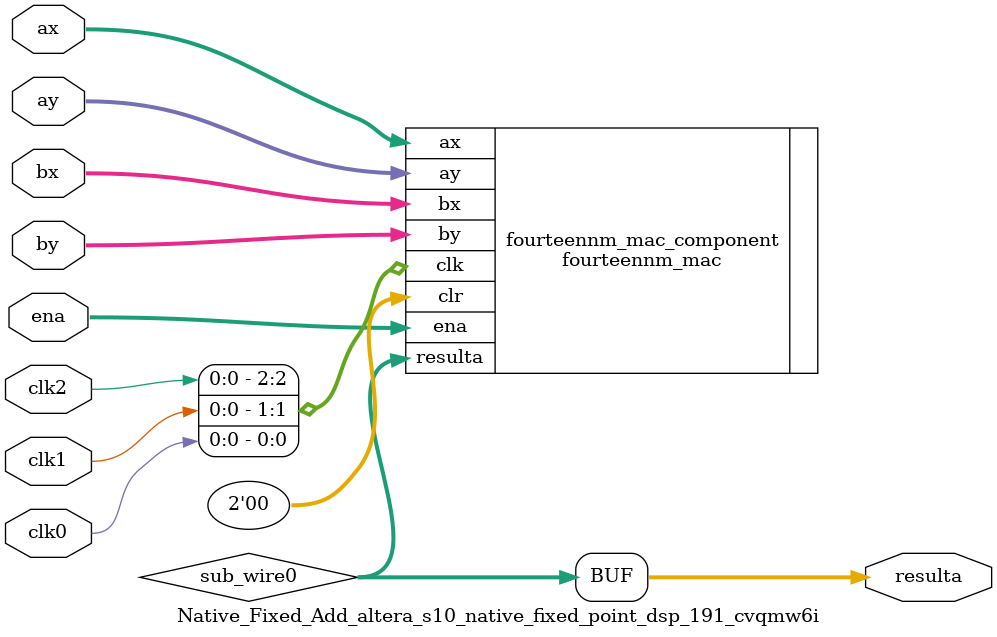
<source format=v>
`timescale 1 ps / 1 ps
module  Native_Fixed_Add_altera_s10_native_fixed_point_dsp_191_cvqmw6i  (
            ax,
            ay,
            bx,
            by,
            ena,
            resulta,
            clk0,
            clk1,
            clk2);

            input [17:0] ax;
            input [17:0] ay;
            input [17:0] bx;
            input [17:0] by;
            input [2:0] ena;
            output [36:0] resulta;
            input  clk0;
            input  clk1;
            input  clk2;

            wire [36:0] sub_wire0;
            wire [36:0] resulta = sub_wire0[36:0];    

            fourteennm_mac        fourteennm_mac_component (
                                        .ax (ax),
                                        .ay (ay),
                                        .bx (bx),
                                        .by (by),
                                        .ena (ena),
                                        .clr (2'b00),
                                        .clk ({clk2,clk1,clk0}),
                                        .resulta (sub_wire0));
            defparam

					fourteennm_mac_component.ax_clock="0",
					fourteennm_mac_component.ay_scan_in_clock="0",
					fourteennm_mac_component.az_clock="none",
					fourteennm_mac_component.output_clock="0",
					fourteennm_mac_component.bx_clock="0",
					fourteennm_mac_component.accumulate_clock="none",
					fourteennm_mac_component.accum_pipeline_clock="none",
					fourteennm_mac_component.bz_clock="none",
					fourteennm_mac_component.by_clock="0",
					fourteennm_mac_component.coef_sel_a_clock="none",
					fourteennm_mac_component.coef_sel_b_clock="none",
					fourteennm_mac_component.sub_clock="none",
					fourteennm_mac_component.negate_clock="none",
					fourteennm_mac_component.accum_2nd_pipeline_clock="none",
					fourteennm_mac_component.load_const_clock="none",
					fourteennm_mac_component.load_const_pipeline_clock="none",
					fourteennm_mac_component.load_const_2nd_pipeline_clock="none",
					fourteennm_mac_component.input_pipeline_clock="0",
					fourteennm_mac_component.second_pipeline_clock="0",
					fourteennm_mac_component.input_systolic_clock="none",
					fourteennm_mac_component.preadder_subtract_a = "false", 
					fourteennm_mac_component.preadder_subtract_b = "false", 
					fourteennm_mac_component.delay_scan_out_ay = "false", 
					fourteennm_mac_component.delay_scan_out_by = "false", 
					fourteennm_mac_component.ay_use_scan_in = "false", 
					fourteennm_mac_component.by_use_scan_in = "false", 
					fourteennm_mac_component.operand_source_may = "input", 
					fourteennm_mac_component.operand_source_mby = "input", 
					fourteennm_mac_component.operand_source_max = "input", 
					fourteennm_mac_component.operand_source_mbx = "input", 
					fourteennm_mac_component.signed_max = "true", 
					fourteennm_mac_component.signed_may = "true", 
					fourteennm_mac_component.signed_mbx = "true", 
					fourteennm_mac_component.signed_mby = "true", 
					fourteennm_mac_component.use_chainadder = "false", 
					fourteennm_mac_component.enable_double_accum = "false", 
					fourteennm_mac_component.operation_mode = "m18x18_sumof2", 
					fourteennm_mac_component.clear_type = "none",
					fourteennm_mac_component.ax_width = 18,
					fourteennm_mac_component.bx_width = 18,
					fourteennm_mac_component.ay_scan_in_width = 18,
					fourteennm_mac_component.by_width = 18,
					fourteennm_mac_component.result_a_width = 37,
					fourteennm_mac_component.load_const_value = 0,
					fourteennm_mac_component.coef_a_0 = 0,
					fourteennm_mac_component.coef_a_1 = 0,
					fourteennm_mac_component.coef_a_2 = 0,
					fourteennm_mac_component.coef_a_3 = 0,
					fourteennm_mac_component.coef_a_4 = 0,
					fourteennm_mac_component.coef_a_5 = 0,
					fourteennm_mac_component.coef_a_6 = 0,
					fourteennm_mac_component.coef_a_7 = 0,
					fourteennm_mac_component.coef_b_0 = 0,
					fourteennm_mac_component.coef_b_1 = 0,
					fourteennm_mac_component.coef_b_2 = 0,
					fourteennm_mac_component.coef_b_3 = 0,
					fourteennm_mac_component.coef_b_4 = 0,
					fourteennm_mac_component.coef_b_5 = 0,
					fourteennm_mac_component.coef_b_6 = 0,
					fourteennm_mac_component.coef_b_7 = 0;

endmodule


</source>
